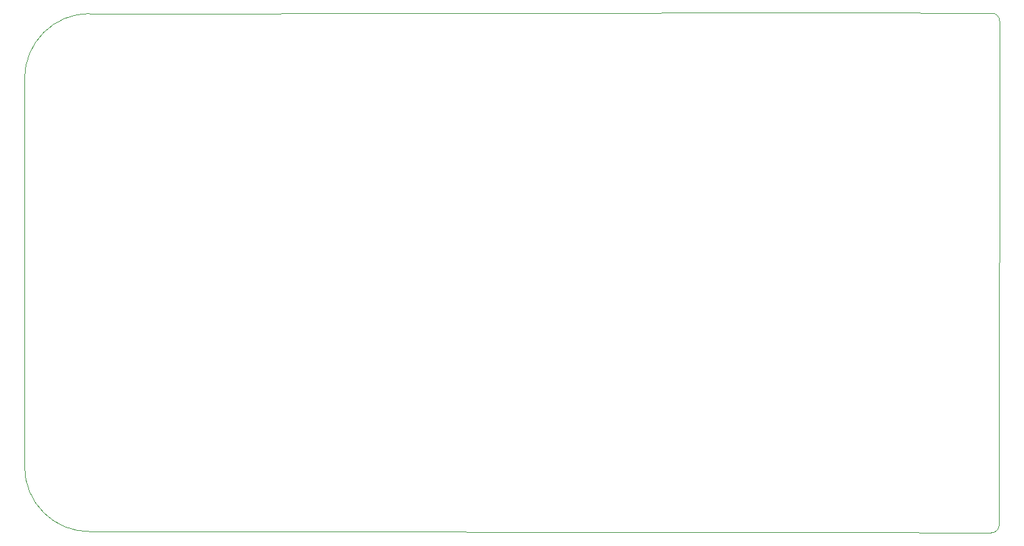
<source format=gbr>
G04 #@! TF.GenerationSoftware,KiCad,Pcbnew,5.1.10-88a1d61d58~90~ubuntu20.04.1*
G04 #@! TF.CreationDate,2021-09-12T22:34:26-04:00*
G04 #@! TF.ProjectId,UnwaryNuc,556e7761-7279-44e7-9563-2e6b69636164,rev?*
G04 #@! TF.SameCoordinates,Original*
G04 #@! TF.FileFunction,Profile,NP*
%FSLAX46Y46*%
G04 Gerber Fmt 4.6, Leading zero omitted, Abs format (unit mm)*
G04 Created by KiCad (PCBNEW 5.1.10-88a1d61d58~90~ubuntu20.04.1) date 2021-09-12 22:34:26*
%MOMM*%
%LPD*%
G01*
G04 APERTURE LIST*
G04 #@! TA.AperFunction,Profile*
%ADD10C,0.050000*%
G04 #@! TD*
G04 APERTURE END LIST*
D10*
X207924400Y-125577600D02*
G75*
G02*
X206908400Y-126593600I-1016000J0D01*
G01*
X206959200Y-59791600D02*
G75*
G02*
X207975200Y-60807600I0J-1016000D01*
G01*
X82702563Y-68225669D02*
G75*
G02*
X91033600Y-59842400I8331037J52069D01*
G01*
X91085669Y-126441037D02*
G75*
G02*
X82702400Y-118110000I-52069J8331037D01*
G01*
X207924400Y-123291600D02*
X207924400Y-125577600D01*
X188547600Y-126552000D02*
X206908400Y-126593600D01*
X206959200Y-59791600D02*
X188750000Y-59750000D01*
X82700000Y-85700000D02*
X82702400Y-118110000D01*
X188547600Y-126552000D02*
X91085669Y-126441037D01*
X207925200Y-123291600D02*
X207975200Y-60807600D01*
X91033600Y-59842400D02*
X188750000Y-59750000D01*
X82700000Y-85700000D02*
X82702563Y-68225669D01*
M02*

</source>
